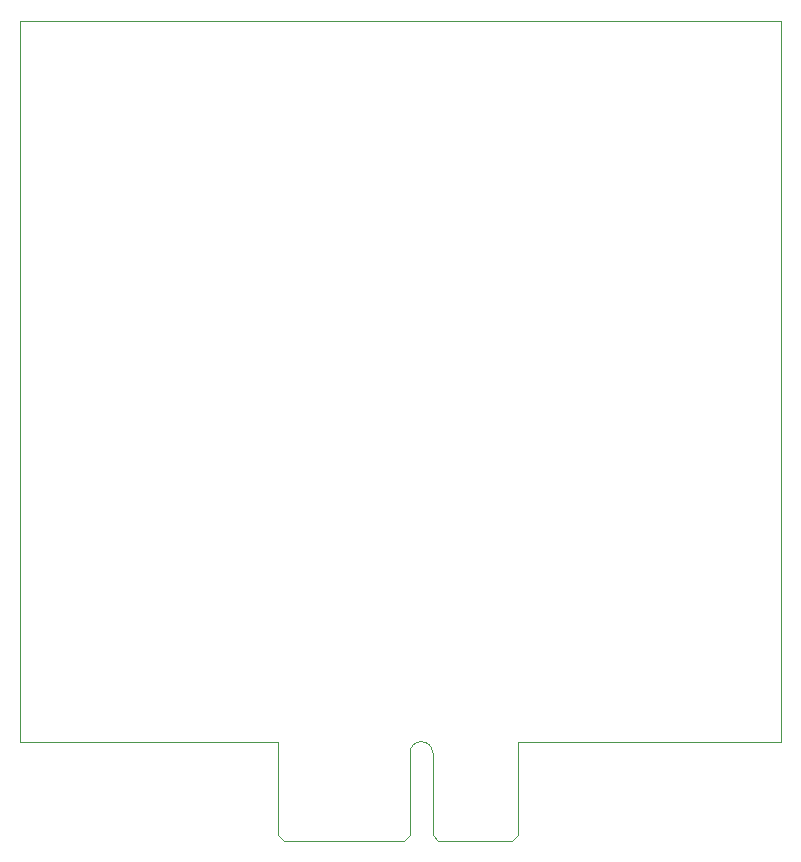
<source format=gbr>
%TF.GenerationSoftware,KiCad,Pcbnew,(6.0.0-0)*%
%TF.CreationDate,2022-01-09T00:32:35-05:00*%
%TF.ProjectId,ROM-Cartridge,524f4d2d-4361-4727-9472-696467652e6b,rev?*%
%TF.SameCoordinates,Original*%
%TF.FileFunction,Profile,NP*%
%FSLAX46Y46*%
G04 Gerber Fmt 4.6, Leading zero omitted, Abs format (unit mm)*
G04 Created by KiCad (PCBNEW (6.0.0-0)) date 2022-01-09 00:32:35*
%MOMM*%
%LPD*%
G01*
G04 APERTURE LIST*
%TA.AperFunction,Profile*%
%ADD10C,0.100000*%
%TD*%
G04 APERTURE END LIST*
D10*
X153500000Y-57500000D02*
X89000000Y-57500000D01*
X153500000Y-118500000D02*
X153500000Y-57500000D01*
X89000000Y-118500000D02*
X89000000Y-57500000D01*
X110856000Y-118494000D02*
X89000000Y-118500000D01*
X131156000Y-118494000D02*
X153500000Y-118500000D01*
%TO.C,U2*%
X122056000Y-126394000D02*
X121556000Y-126894000D01*
X131156000Y-118494000D02*
X131156000Y-126394000D01*
X123956000Y-119444000D02*
X123956000Y-126394000D01*
X122056000Y-119444000D02*
X122056000Y-126394000D01*
X131156000Y-126394000D02*
X130656000Y-126894000D01*
X124456000Y-126894000D02*
X130656000Y-126894000D01*
X111356000Y-126894000D02*
X121556000Y-126894000D01*
X110856000Y-118494000D02*
X110856000Y-126394000D01*
X110856000Y-126394000D02*
X111356000Y-126894000D01*
X123956000Y-126394000D02*
X124456000Y-126894000D01*
X123956000Y-119444000D02*
G75*
G03*
X122056000Y-119444000I-950000J0D01*
G01*
%TD*%
M02*

</source>
